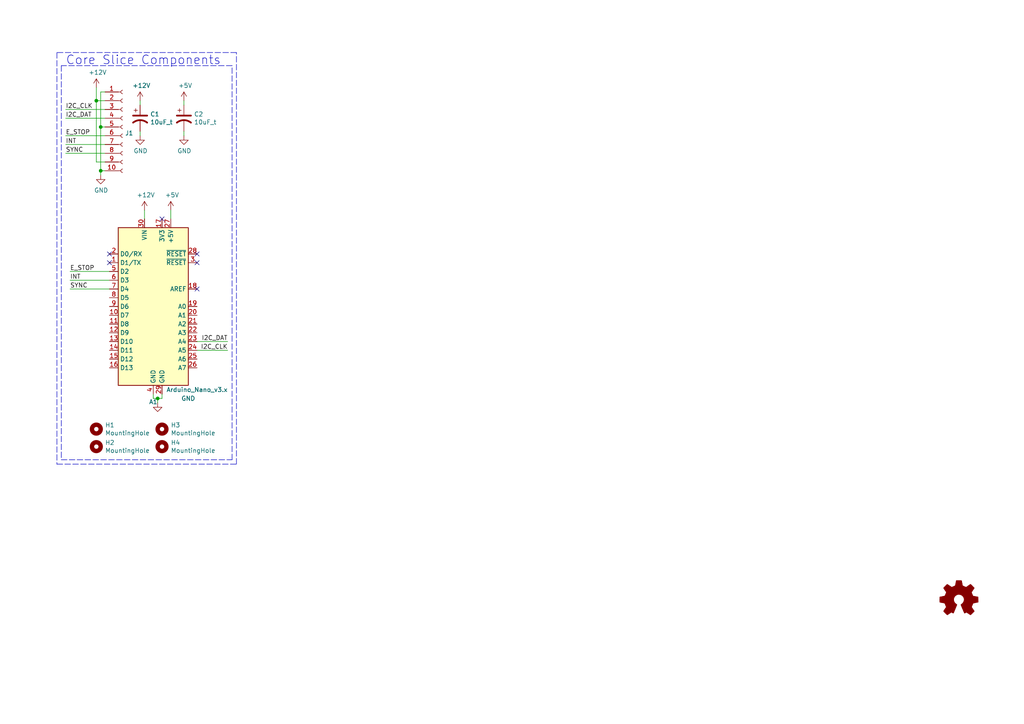
<source format=kicad_sch>
(kicad_sch (version 20211123) (generator eeschema)

  (uuid 0217dfc4-fc13-4699-99ad-d9948522648e)

  (paper "A4")

  (lib_symbols
    (symbol "BREAD_Slice-rescue:10uF_t-OCI_UPL_2_Capacitors" (pin_numbers hide) (pin_names (offset 0.254) hide) (in_bom yes) (on_board yes)
      (property "Reference" "C" (id 0) (at 0.635 2.54 0)
        (effects (font (size 1.27 1.27)) (justify left))
      )
      (property "Value" "10uF_t-OCI_UPL_2_Capacitors" (id 1) (at 0.635 -2.54 0)
        (effects (font (size 1.27 1.27)) (justify left))
      )
      (property "Footprint" "OCI_UPL_FOOTPRINTS:C_2312" (id 2) (at 0 -6.35 0)
        (effects (font (size 0.762 0.762)) hide)
      )
      (property "Datasheet" "https://www.digikey.com/short/qcd8n7" (id 3) (at 0 5.08 0)
        (effects (font (size 0.762 0.762)) hide)
      )
      (property "Part #" "T491C106K025AT" (id 4) (at 0 6.35 0)
        (effects (font (size 0.762 0.762)) hide)
      )
      (property "UPL #" "2.021" (id 5) (at 0 -5.08 0)
        (effects (font (size 0.762 0.762)) hide)
      )
      (property "ki_fp_filters" "SMD*_Pol c_elec* C*elec TantalC* Elko* CP*" (id 6) (at 0 0 0)
        (effects (font (size 1.27 1.27)) hide)
      )
      (symbol "10uF_t-OCI_UPL_2_Capacitors_0_1"
        (polyline
          (pts
            (xy -2.032 0.762)
            (xy 2.032 0.762)
          )
          (stroke (width 0.508) (type default) (color 0 0 0 0))
          (fill (type none))
        )
        (polyline
          (pts
            (xy -1.778 2.286)
            (xy -0.762 2.286)
          )
          (stroke (width 0) (type default) (color 0 0 0 0))
          (fill (type none))
        )
        (polyline
          (pts
            (xy -1.27 1.778)
            (xy -1.27 2.794)
          )
          (stroke (width 0) (type default) (color 0 0 0 0))
          (fill (type none))
        )
        (arc (start 2.032 -1.27) (mid 0 -0.5572) (end -2.032 -1.27)
          (stroke (width 0.508) (type default) (color 0 0 0 0))
          (fill (type none))
        )
      )
      (symbol "10uF_t-OCI_UPL_2_Capacitors_1_1"
        (pin passive line (at 0 3.81 270) (length 2.794)
          (name "~" (effects (font (size 1.016 1.016))))
          (number "1" (effects (font (size 1.016 1.016))))
        )
        (pin passive line (at 0 -3.81 90) (length 3.302)
          (name "~" (effects (font (size 1.016 1.016))))
          (number "2" (effects (font (size 1.016 1.016))))
        )
      )
    )
    (symbol "Connector:Conn_01x10_Female" (pin_names (offset 1.016) hide) (in_bom yes) (on_board yes)
      (property "Reference" "J" (id 0) (at 0 12.7 0)
        (effects (font (size 1.27 1.27)))
      )
      (property "Value" "Conn_01x10_Female" (id 1) (at 0 -15.24 0)
        (effects (font (size 1.27 1.27)))
      )
      (property "Footprint" "" (id 2) (at 0 0 0)
        (effects (font (size 1.27 1.27)) hide)
      )
      (property "Datasheet" "~" (id 3) (at 0 0 0)
        (effects (font (size 1.27 1.27)) hide)
      )
      (property "ki_keywords" "connector" (id 4) (at 0 0 0)
        (effects (font (size 1.27 1.27)) hide)
      )
      (property "ki_description" "Generic connector, single row, 01x10, script generated (kicad-library-utils/schlib/autogen/connector/)" (id 5) (at 0 0 0)
        (effects (font (size 1.27 1.27)) hide)
      )
      (property "ki_fp_filters" "Connector*:*_1x??_*" (id 6) (at 0 0 0)
        (effects (font (size 1.27 1.27)) hide)
      )
      (symbol "Conn_01x10_Female_1_1"
        (arc (start 0 -12.192) (mid -0.508 -12.7) (end 0 -13.208)
          (stroke (width 0.1524) (type default) (color 0 0 0 0))
          (fill (type none))
        )
        (arc (start 0 -9.652) (mid -0.508 -10.16) (end 0 -10.668)
          (stroke (width 0.1524) (type default) (color 0 0 0 0))
          (fill (type none))
        )
        (arc (start 0 -7.112) (mid -0.508 -7.62) (end 0 -8.128)
          (stroke (width 0.1524) (type default) (color 0 0 0 0))
          (fill (type none))
        )
        (arc (start 0 -4.572) (mid -0.508 -5.08) (end 0 -5.588)
          (stroke (width 0.1524) (type default) (color 0 0 0 0))
          (fill (type none))
        )
        (arc (start 0 -2.032) (mid -0.508 -2.54) (end 0 -3.048)
          (stroke (width 0.1524) (type default) (color 0 0 0 0))
          (fill (type none))
        )
        (polyline
          (pts
            (xy -1.27 -12.7)
            (xy -0.508 -12.7)
          )
          (stroke (width 0.1524) (type default) (color 0 0 0 0))
          (fill (type none))
        )
        (polyline
          (pts
            (xy -1.27 -10.16)
            (xy -0.508 -10.16)
          )
          (stroke (width 0.1524) (type default) (color 0 0 0 0))
          (fill (type none))
        )
        (polyline
          (pts
            (xy -1.27 -7.62)
            (xy -0.508 -7.62)
          )
          (stroke (width 0.1524) (type default) (color 0 0 0 0))
          (fill (type none))
        )
        (polyline
          (pts
            (xy -1.27 -5.08)
            (xy -0.508 -5.08)
          )
          (stroke (width 0.1524) (type default) (color 0 0 0 0))
          (fill (type none))
        )
        (polyline
          (pts
            (xy -1.27 -2.54)
            (xy -0.508 -2.54)
          )
          (stroke (width 0.1524) (type default) (color 0 0 0 0))
          (fill (type none))
        )
        (polyline
          (pts
            (xy -1.27 0)
            (xy -0.508 0)
          )
          (stroke (width 0.1524) (type default) (color 0 0 0 0))
          (fill (type none))
        )
        (polyline
          (pts
            (xy -1.27 2.54)
            (xy -0.508 2.54)
          )
          (stroke (width 0.1524) (type default) (color 0 0 0 0))
          (fill (type none))
        )
        (polyline
          (pts
            (xy -1.27 5.08)
            (xy -0.508 5.08)
          )
          (stroke (width 0.1524) (type default) (color 0 0 0 0))
          (fill (type none))
        )
        (polyline
          (pts
            (xy -1.27 7.62)
            (xy -0.508 7.62)
          )
          (stroke (width 0.1524) (type default) (color 0 0 0 0))
          (fill (type none))
        )
        (polyline
          (pts
            (xy -1.27 10.16)
            (xy -0.508 10.16)
          )
          (stroke (width 0.1524) (type default) (color 0 0 0 0))
          (fill (type none))
        )
        (arc (start 0 0.508) (mid -0.508 0) (end 0 -0.508)
          (stroke (width 0.1524) (type default) (color 0 0 0 0))
          (fill (type none))
        )
        (arc (start 0 3.048) (mid -0.508 2.54) (end 0 2.032)
          (stroke (width 0.1524) (type default) (color 0 0 0 0))
          (fill (type none))
        )
        (arc (start 0 5.588) (mid -0.508 5.08) (end 0 4.572)
          (stroke (width 0.1524) (type default) (color 0 0 0 0))
          (fill (type none))
        )
        (arc (start 0 8.128) (mid -0.508 7.62) (end 0 7.112)
          (stroke (width 0.1524) (type default) (color 0 0 0 0))
          (fill (type none))
        )
        (arc (start 0 10.668) (mid -0.508 10.16) (end 0 9.652)
          (stroke (width 0.1524) (type default) (color 0 0 0 0))
          (fill (type none))
        )
        (pin passive line (at -5.08 10.16 0) (length 3.81)
          (name "Pin_1" (effects (font (size 1.27 1.27))))
          (number "1" (effects (font (size 1.27 1.27))))
        )
        (pin passive line (at -5.08 -12.7 0) (length 3.81)
          (name "Pin_10" (effects (font (size 1.27 1.27))))
          (number "10" (effects (font (size 1.27 1.27))))
        )
        (pin passive line (at -5.08 7.62 0) (length 3.81)
          (name "Pin_2" (effects (font (size 1.27 1.27))))
          (number "2" (effects (font (size 1.27 1.27))))
        )
        (pin passive line (at -5.08 5.08 0) (length 3.81)
          (name "Pin_3" (effects (font (size 1.27 1.27))))
          (number "3" (effects (font (size 1.27 1.27))))
        )
        (pin passive line (at -5.08 2.54 0) (length 3.81)
          (name "Pin_4" (effects (font (size 1.27 1.27))))
          (number "4" (effects (font (size 1.27 1.27))))
        )
        (pin passive line (at -5.08 0 0) (length 3.81)
          (name "Pin_5" (effects (font (size 1.27 1.27))))
          (number "5" (effects (font (size 1.27 1.27))))
        )
        (pin passive line (at -5.08 -2.54 0) (length 3.81)
          (name "Pin_6" (effects (font (size 1.27 1.27))))
          (number "6" (effects (font (size 1.27 1.27))))
        )
        (pin passive line (at -5.08 -5.08 0) (length 3.81)
          (name "Pin_7" (effects (font (size 1.27 1.27))))
          (number "7" (effects (font (size 1.27 1.27))))
        )
        (pin passive line (at -5.08 -7.62 0) (length 3.81)
          (name "Pin_8" (effects (font (size 1.27 1.27))))
          (number "8" (effects (font (size 1.27 1.27))))
        )
        (pin passive line (at -5.08 -10.16 0) (length 3.81)
          (name "Pin_9" (effects (font (size 1.27 1.27))))
          (number "9" (effects (font (size 1.27 1.27))))
        )
      )
    )
    (symbol "Graphic:Logo_Open_Hardware_Small" (pin_names (offset 1.016)) (in_bom yes) (on_board yes)
      (property "Reference" "#LOGO" (id 0) (at 0 6.985 0)
        (effects (font (size 1.27 1.27)) hide)
      )
      (property "Value" "Logo_Open_Hardware_Small" (id 1) (at 0 -5.715 0)
        (effects (font (size 1.27 1.27)) hide)
      )
      (property "Footprint" "" (id 2) (at 0 0 0)
        (effects (font (size 1.27 1.27)) hide)
      )
      (property "Datasheet" "~" (id 3) (at 0 0 0)
        (effects (font (size 1.27 1.27)) hide)
      )
      (property "ki_keywords" "Logo" (id 4) (at 0 0 0)
        (effects (font (size 1.27 1.27)) hide)
      )
      (property "ki_description" "Open Hardware logo, small" (id 5) (at 0 0 0)
        (effects (font (size 1.27 1.27)) hide)
      )
      (symbol "Logo_Open_Hardware_Small_0_1"
        (polyline
          (pts
            (xy 3.3528 -4.3434)
            (xy 3.302 -4.318)
            (xy 3.175 -4.2418)
            (xy 2.9972 -4.1148)
            (xy 2.7686 -3.9624)
            (xy 2.54 -3.81)
            (xy 2.3622 -3.7084)
            (xy 2.2352 -3.6068)
            (xy 2.1844 -3.5814)
            (xy 2.159 -3.6068)
            (xy 2.0574 -3.6576)
            (xy 1.905 -3.7338)
            (xy 1.8034 -3.7846)
            (xy 1.6764 -3.8354)
            (xy 1.6002 -3.8354)
            (xy 1.6002 -3.8354)
            (xy 1.5494 -3.7338)
            (xy 1.4732 -3.5306)
            (xy 1.3462 -3.302)
            (xy 1.2446 -3.0226)
            (xy 1.1176 -2.7178)
            (xy 0.9652 -2.413)
            (xy 0.8636 -2.1082)
            (xy 0.7366 -1.8288)
            (xy 0.6604 -1.6256)
            (xy 0.6096 -1.4732)
            (xy 0.5842 -1.397)
            (xy 0.5842 -1.397)
            (xy 0.6604 -1.3208)
            (xy 0.7874 -1.2446)
            (xy 1.0414 -1.016)
            (xy 1.2954 -0.6858)
            (xy 1.4478 -0.3302)
            (xy 1.524 0.0762)
            (xy 1.4732 0.4572)
            (xy 1.3208 0.8128)
            (xy 1.0668 1.143)
            (xy 0.762 1.3716)
            (xy 0.4064 1.524)
            (xy 0 1.5748)
            (xy -0.381 1.5494)
            (xy -0.7366 1.397)
            (xy -1.0668 1.143)
            (xy -1.2192 0.9906)
            (xy -1.397 0.6604)
            (xy -1.524 0.3048)
            (xy -1.524 0.2286)
            (xy -1.4986 -0.1778)
            (xy -1.397 -0.5334)
            (xy -1.1938 -0.8636)
            (xy -0.9144 -1.143)
            (xy -0.8636 -1.1684)
            (xy -0.7366 -1.27)
            (xy -0.635 -1.3462)
            (xy -0.5842 -1.397)
            (xy -1.0668 -2.5908)
            (xy -1.143 -2.794)
            (xy -1.2954 -3.1242)
            (xy -1.397 -3.4036)
            (xy -1.4986 -3.6322)
            (xy -1.5748 -3.7846)
            (xy -1.6002 -3.8354)
            (xy -1.6002 -3.8354)
            (xy -1.651 -3.8354)
            (xy -1.7272 -3.81)
            (xy -1.905 -3.7338)
            (xy -2.0066 -3.683)
            (xy -2.1336 -3.6068)
            (xy -2.2098 -3.5814)
            (xy -2.2606 -3.6068)
            (xy -2.3622 -3.683)
            (xy -2.54 -3.81)
            (xy -2.7686 -3.9624)
            (xy -2.9718 -4.0894)
            (xy -3.1496 -4.2164)
            (xy -3.302 -4.318)
            (xy -3.3528 -4.3434)
            (xy -3.3782 -4.3434)
            (xy -3.429 -4.318)
            (xy -3.5306 -4.2164)
            (xy -3.7084 -4.064)
            (xy -3.937 -3.8354)
            (xy -3.9624 -3.81)
            (xy -4.1656 -3.6068)
            (xy -4.318 -3.4544)
            (xy -4.4196 -3.3274)
            (xy -4.445 -3.2766)
            (xy -4.445 -3.2766)
            (xy -4.4196 -3.2258)
            (xy -4.318 -3.0734)
            (xy -4.2164 -2.8956)
            (xy -4.064 -2.667)
            (xy -3.6576 -2.0828)
            (xy -3.8862 -1.5494)
            (xy -3.937 -1.3716)
            (xy -4.0386 -1.1684)
            (xy -4.0894 -1.0414)
            (xy -4.1148 -0.9652)
            (xy -4.191 -0.9398)
            (xy -4.318 -0.9144)
            (xy -4.5466 -0.8636)
            (xy -4.8006 -0.8128)
            (xy -5.0546 -0.7874)
            (xy -5.2578 -0.7366)
            (xy -5.4356 -0.7112)
            (xy -5.5118 -0.6858)
            (xy -5.5118 -0.6858)
            (xy -5.5372 -0.635)
            (xy -5.5372 -0.5588)
            (xy -5.5372 -0.4318)
            (xy -5.5626 -0.2286)
            (xy -5.5626 0.0762)
            (xy -5.5626 0.127)
            (xy -5.5372 0.4064)
            (xy -5.5372 0.635)
            (xy -5.5372 0.762)
            (xy -5.5372 0.8382)
            (xy -5.5372 0.8382)
            (xy -5.461 0.8382)
            (xy -5.3086 0.889)
            (xy -5.08 0.9144)
            (xy -4.826 0.9652)
            (xy -4.8006 0.9906)
            (xy -4.5466 1.0414)
            (xy -4.318 1.0668)
            (xy -4.1656 1.1176)
            (xy -4.0894 1.143)
            (xy -4.0894 1.143)
            (xy -4.0386 1.2446)
            (xy -3.9624 1.4224)
            (xy -3.8608 1.6256)
            (xy -3.7846 1.8288)
            (xy -3.7084 2.0066)
            (xy -3.6576 2.159)
            (xy -3.6322 2.2098)
            (xy -3.6322 2.2098)
            (xy -3.683 2.286)
            (xy -3.7592 2.413)
            (xy -3.8862 2.5908)
            (xy -4.064 2.8194)
            (xy -4.064 2.8448)
            (xy -4.2164 3.0734)
            (xy -4.3434 3.2512)
            (xy -4.4196 3.3782)
            (xy -4.445 3.4544)
            (xy -4.445 3.4544)
            (xy -4.3942 3.5052)
            (xy -4.2926 3.6322)
            (xy -4.1148 3.81)
            (xy -3.937 4.0132)
            (xy -3.8608 4.064)
            (xy -3.6576 4.2926)
            (xy -3.5052 4.4196)
            (xy -3.4036 4.4958)
            (xy -3.3528 4.5212)
            (xy -3.3528 4.5212)
            (xy -3.302 4.4704)
            (xy -3.1496 4.3688)
            (xy -2.9718 4.2418)
            (xy -2.7432 4.0894)
            (xy -2.7178 4.0894)
            (xy -2.4892 3.937)
            (xy -2.3114 3.81)
            (xy -2.1844 3.7084)
            (xy -2.1336 3.683)
            (xy -2.1082 3.683)
            (xy -2.032 3.7084)
            (xy -1.8542 3.7592)
            (xy -1.6764 3.8354)
            (xy -1.4732 3.937)
            (xy -1.27 4.0132)
            (xy -1.143 4.064)
            (xy -1.0668 4.1148)
            (xy -1.0668 4.1148)
            (xy -1.0414 4.191)
            (xy -1.016 4.3434)
            (xy -0.9652 4.572)
            (xy -0.9144 4.8514)
            (xy -0.889 4.9022)
            (xy -0.8382 5.1562)
            (xy -0.8128 5.3848)
            (xy -0.7874 5.5372)
            (xy -0.762 5.588)
            (xy -0.7112 5.6134)
            (xy -0.5842 5.6134)
            (xy -0.4064 5.6134)
            (xy -0.1524 5.6134)
            (xy 0.0762 5.6134)
            (xy 0.3302 5.6134)
            (xy 0.5334 5.6134)
            (xy 0.6858 5.588)
            (xy 0.7366 5.588)
            (xy 0.7366 5.588)
            (xy 0.762 5.5118)
            (xy 0.8128 5.334)
            (xy 0.8382 5.1054)
            (xy 0.9144 4.826)
            (xy 0.9144 4.7752)
            (xy 0.9652 4.5212)
            (xy 1.016 4.2926)
            (xy 1.0414 4.1402)
            (xy 1.0668 4.0894)
            (xy 1.0668 4.0894)
            (xy 1.1938 4.0386)
            (xy 1.3716 3.9624)
            (xy 1.5748 3.8608)
            (xy 2.0828 3.6576)
            (xy 2.7178 4.0894)
            (xy 2.7686 4.1402)
            (xy 2.9972 4.2926)
            (xy 3.175 4.4196)
            (xy 3.302 4.4958)
            (xy 3.3782 4.5212)
            (xy 3.3782 4.5212)
            (xy 3.429 4.4704)
            (xy 3.556 4.3434)
            (xy 3.7338 4.191)
            (xy 3.9116 3.9878)
            (xy 4.064 3.8354)
            (xy 4.2418 3.6576)
            (xy 4.3434 3.556)
            (xy 4.4196 3.4798)
            (xy 4.4196 3.429)
            (xy 4.4196 3.4036)
            (xy 4.3942 3.3274)
            (xy 4.2926 3.2004)
            (xy 4.1656 2.9972)
            (xy 4.0132 2.794)
            (xy 3.8862 2.5908)
            (xy 3.7592 2.3876)
            (xy 3.6576 2.2352)
            (xy 3.6322 2.159)
            (xy 3.6322 2.1336)
            (xy 3.683 2.0066)
            (xy 3.7592 1.8288)
            (xy 3.8608 1.6002)
            (xy 4.064 1.1176)
            (xy 4.3942 1.0414)
            (xy 4.5974 1.016)
            (xy 4.8768 0.9652)
            (xy 5.1308 0.9144)
            (xy 5.5372 0.8382)
            (xy 5.5626 -0.6604)
            (xy 5.4864 -0.6858)
            (xy 5.4356 -0.6858)
            (xy 5.2832 -0.7366)
            (xy 5.0546 -0.762)
            (xy 4.8006 -0.8128)
            (xy 4.5974 -0.8636)
            (xy 4.3688 -0.9144)
            (xy 4.2164 -0.9398)
            (xy 4.1402 -0.9398)
            (xy 4.1148 -0.9652)
            (xy 4.064 -1.0668)
            (xy 3.9878 -1.2446)
            (xy 3.9116 -1.4478)
            (xy 3.81 -1.651)
            (xy 3.7338 -1.8542)
            (xy 3.683 -2.0066)
            (xy 3.6576 -2.0828)
            (xy 3.683 -2.1336)
            (xy 3.7846 -2.2606)
            (xy 3.8862 -2.4638)
            (xy 4.0386 -2.667)
            (xy 4.191 -2.8956)
            (xy 4.318 -3.0734)
            (xy 4.3942 -3.2004)
            (xy 4.445 -3.2766)
            (xy 4.4196 -3.3274)
            (xy 4.3434 -3.429)
            (xy 4.1656 -3.5814)
            (xy 3.937 -3.8354)
            (xy 3.8862 -3.8608)
            (xy 3.683 -4.064)
            (xy 3.5306 -4.2164)
            (xy 3.4036 -4.318)
            (xy 3.3528 -4.3434)
          )
          (stroke (width 0) (type default) (color 0 0 0 0))
          (fill (type outline))
        )
      )
    )
    (symbol "MCU_Module:Arduino_Nano_v3.x" (in_bom yes) (on_board yes)
      (property "Reference" "A" (id 0) (at -10.16 23.495 0)
        (effects (font (size 1.27 1.27)) (justify left bottom))
      )
      (property "Value" "Arduino_Nano_v3.x" (id 1) (at 5.08 -24.13 0)
        (effects (font (size 1.27 1.27)) (justify left top))
      )
      (property "Footprint" "Module:Arduino_Nano" (id 2) (at 0 0 0)
        (effects (font (size 1.27 1.27) italic) hide)
      )
      (property "Datasheet" "http://www.mouser.com/pdfdocs/Gravitech_Arduino_Nano3_0.pdf" (id 3) (at 0 0 0)
        (effects (font (size 1.27 1.27)) hide)
      )
      (property "ki_keywords" "Arduino nano microcontroller module USB" (id 4) (at 0 0 0)
        (effects (font (size 1.27 1.27)) hide)
      )
      (property "ki_description" "Arduino Nano v3.x" (id 5) (at 0 0 0)
        (effects (font (size 1.27 1.27)) hide)
      )
      (property "ki_fp_filters" "Arduino*Nano*" (id 6) (at 0 0 0)
        (effects (font (size 1.27 1.27)) hide)
      )
      (symbol "Arduino_Nano_v3.x_0_1"
        (rectangle (start -10.16 22.86) (end 10.16 -22.86)
          (stroke (width 0.254) (type default) (color 0 0 0 0))
          (fill (type background))
        )
      )
      (symbol "Arduino_Nano_v3.x_1_1"
        (pin bidirectional line (at -12.7 12.7 0) (length 2.54)
          (name "D1/TX" (effects (font (size 1.27 1.27))))
          (number "1" (effects (font (size 1.27 1.27))))
        )
        (pin bidirectional line (at -12.7 -2.54 0) (length 2.54)
          (name "D7" (effects (font (size 1.27 1.27))))
          (number "10" (effects (font (size 1.27 1.27))))
        )
        (pin bidirectional line (at -12.7 -5.08 0) (length 2.54)
          (name "D8" (effects (font (size 1.27 1.27))))
          (number "11" (effects (font (size 1.27 1.27))))
        )
        (pin bidirectional line (at -12.7 -7.62 0) (length 2.54)
          (name "D9" (effects (font (size 1.27 1.27))))
          (number "12" (effects (font (size 1.27 1.27))))
        )
        (pin bidirectional line (at -12.7 -10.16 0) (length 2.54)
          (name "D10" (effects (font (size 1.27 1.27))))
          (number "13" (effects (font (size 1.27 1.27))))
        )
        (pin bidirectional line (at -12.7 -12.7 0) (length 2.54)
          (name "D11" (effects (font (size 1.27 1.27))))
          (number "14" (effects (font (size 1.27 1.27))))
        )
        (pin bidirectional line (at -12.7 -15.24 0) (length 2.54)
          (name "D12" (effects (font (size 1.27 1.27))))
          (number "15" (effects (font (size 1.27 1.27))))
        )
        (pin bidirectional line (at -12.7 -17.78 0) (length 2.54)
          (name "D13" (effects (font (size 1.27 1.27))))
          (number "16" (effects (font (size 1.27 1.27))))
        )
        (pin power_out line (at 2.54 25.4 270) (length 2.54)
          (name "3V3" (effects (font (size 1.27 1.27))))
          (number "17" (effects (font (size 1.27 1.27))))
        )
        (pin input line (at 12.7 5.08 180) (length 2.54)
          (name "AREF" (effects (font (size 1.27 1.27))))
          (number "18" (effects (font (size 1.27 1.27))))
        )
        (pin bidirectional line (at 12.7 0 180) (length 2.54)
          (name "A0" (effects (font (size 1.27 1.27))))
          (number "19" (effects (font (size 1.27 1.27))))
        )
        (pin bidirectional line (at -12.7 15.24 0) (length 2.54)
          (name "D0/RX" (effects (font (size 1.27 1.27))))
          (number "2" (effects (font (size 1.27 1.27))))
        )
        (pin bidirectional line (at 12.7 -2.54 180) (length 2.54)
          (name "A1" (effects (font (size 1.27 1.27))))
          (number "20" (effects (font (size 1.27 1.27))))
        )
        (pin bidirectional line (at 12.7 -5.08 180) (length 2.54)
          (name "A2" (effects (font (size 1.27 1.27))))
          (number "21" (effects (font (size 1.27 1.27))))
        )
        (pin bidirectional line (at 12.7 -7.62 180) (length 2.54)
          (name "A3" (effects (font (size 1.27 1.27))))
          (number "22" (effects (font (size 1.27 1.27))))
        )
        (pin bidirectional line (at 12.7 -10.16 180) (length 2.54)
          (name "A4" (effects (font (size 1.27 1.27))))
          (number "23" (effects (font (size 1.27 1.27))))
        )
        (pin bidirectional line (at 12.7 -12.7 180) (length 2.54)
          (name "A5" (effects (font (size 1.27 1.27))))
          (number "24" (effects (font (size 1.27 1.27))))
        )
        (pin bidirectional line (at 12.7 -15.24 180) (length 2.54)
          (name "A6" (effects (font (size 1.27 1.27))))
          (number "25" (effects (font (size 1.27 1.27))))
        )
        (pin bidirectional line (at 12.7 -17.78 180) (length 2.54)
          (name "A7" (effects (font (size 1.27 1.27))))
          (number "26" (effects (font (size 1.27 1.27))))
        )
        (pin power_out line (at 5.08 25.4 270) (length 2.54)
          (name "+5V" (effects (font (size 1.27 1.27))))
          (number "27" (effects (font (size 1.27 1.27))))
        )
        (pin input line (at 12.7 15.24 180) (length 2.54)
          (name "~{RESET}" (effects (font (size 1.27 1.27))))
          (number "28" (effects (font (size 1.27 1.27))))
        )
        (pin power_in line (at 2.54 -25.4 90) (length 2.54)
          (name "GND" (effects (font (size 1.27 1.27))))
          (number "29" (effects (font (size 1.27 1.27))))
        )
        (pin input line (at 12.7 12.7 180) (length 2.54)
          (name "~{RESET}" (effects (font (size 1.27 1.27))))
          (number "3" (effects (font (size 1.27 1.27))))
        )
        (pin power_in line (at -2.54 25.4 270) (length 2.54)
          (name "VIN" (effects (font (size 1.27 1.27))))
          (number "30" (effects (font (size 1.27 1.27))))
        )
        (pin power_in line (at 0 -25.4 90) (length 2.54)
          (name "GND" (effects (font (size 1.27 1.27))))
          (number "4" (effects (font (size 1.27 1.27))))
        )
        (pin bidirectional line (at -12.7 10.16 0) (length 2.54)
          (name "D2" (effects (font (size 1.27 1.27))))
          (number "5" (effects (font (size 1.27 1.27))))
        )
        (pin bidirectional line (at -12.7 7.62 0) (length 2.54)
          (name "D3" (effects (font (size 1.27 1.27))))
          (number "6" (effects (font (size 1.27 1.27))))
        )
        (pin bidirectional line (at -12.7 5.08 0) (length 2.54)
          (name "D4" (effects (font (size 1.27 1.27))))
          (number "7" (effects (font (size 1.27 1.27))))
        )
        (pin bidirectional line (at -12.7 2.54 0) (length 2.54)
          (name "D5" (effects (font (size 1.27 1.27))))
          (number "8" (effects (font (size 1.27 1.27))))
        )
        (pin bidirectional line (at -12.7 0 0) (length 2.54)
          (name "D6" (effects (font (size 1.27 1.27))))
          (number "9" (effects (font (size 1.27 1.27))))
        )
      )
    )
    (symbol "Mechanical:MountingHole" (pin_names (offset 1.016)) (in_bom yes) (on_board yes)
      (property "Reference" "H" (id 0) (at 0 5.08 0)
        (effects (font (size 1.27 1.27)))
      )
      (property "Value" "MountingHole" (id 1) (at 0 3.175 0)
        (effects (font (size 1.27 1.27)))
      )
      (property "Footprint" "" (id 2) (at 0 0 0)
        (effects (font (size 1.27 1.27)) hide)
      )
      (property "Datasheet" "~" (id 3) (at 0 0 0)
        (effects (font (size 1.27 1.27)) hide)
      )
      (property "ki_keywords" "mounting hole" (id 4) (at 0 0 0)
        (effects (font (size 1.27 1.27)) hide)
      )
      (property "ki_description" "Mounting Hole without connection" (id 5) (at 0 0 0)
        (effects (font (size 1.27 1.27)) hide)
      )
      (property "ki_fp_filters" "MountingHole*" (id 6) (at 0 0 0)
        (effects (font (size 1.27 1.27)) hide)
      )
      (symbol "MountingHole_0_1"
        (circle (center 0 0) (radius 1.27)
          (stroke (width 1.27) (type default) (color 0 0 0 0))
          (fill (type none))
        )
      )
    )
    (symbol "power:+12V" (power) (pin_names (offset 0)) (in_bom yes) (on_board yes)
      (property "Reference" "#PWR" (id 0) (at 0 -3.81 0)
        (effects (font (size 1.27 1.27)) hide)
      )
      (property "Value" "+12V" (id 1) (at 0 3.556 0)
        (effects (font (size 1.27 1.27)))
      )
      (property "Footprint" "" (id 2) (at 0 0 0)
        (effects (font (size 1.27 1.27)) hide)
      )
      (property "Datasheet" "" (id 3) (at 0 0 0)
        (effects (font (size 1.27 1.27)) hide)
      )
      (property "ki_keywords" "global power" (id 4) (at 0 0 0)
        (effects (font (size 1.27 1.27)) hide)
      )
      (property "ki_description" "Power symbol creates a global label with name \"+12V\"" (id 5) (at 0 0 0)
        (effects (font (size 1.27 1.27)) hide)
      )
      (symbol "+12V_0_1"
        (polyline
          (pts
            (xy -0.762 1.27)
            (xy 0 2.54)
          )
          (stroke (width 0) (type default) (color 0 0 0 0))
          (fill (type none))
        )
        (polyline
          (pts
            (xy 0 0)
            (xy 0 2.54)
          )
          (stroke (width 0) (type default) (color 0 0 0 0))
          (fill (type none))
        )
        (polyline
          (pts
            (xy 0 2.54)
            (xy 0.762 1.27)
          )
          (stroke (width 0) (type default) (color 0 0 0 0))
          (fill (type none))
        )
      )
      (symbol "+12V_1_1"
        (pin power_in line (at 0 0 90) (length 0) hide
          (name "+12V" (effects (font (size 1.27 1.27))))
          (number "1" (effects (font (size 1.27 1.27))))
        )
      )
    )
    (symbol "power:+5V" (power) (pin_names (offset 0)) (in_bom yes) (on_board yes)
      (property "Reference" "#PWR" (id 0) (at 0 -3.81 0)
        (effects (font (size 1.27 1.27)) hide)
      )
      (property "Value" "+5V" (id 1) (at 0 3.556 0)
        (effects (font (size 1.27 1.27)))
      )
      (property "Footprint" "" (id 2) (at 0 0 0)
        (effects (font (size 1.27 1.27)) hide)
      )
      (property "Datasheet" "" (id 3) (at 0 0 0)
        (effects (font (size 1.27 1.27)) hide)
      )
      (property "ki_keywords" "global power" (id 4) (at 0 0 0)
        (effects (font (size 1.27 1.27)) hide)
      )
      (property "ki_description" "Power symbol creates a global label with name \"+5V\"" (id 5) (at 0 0 0)
        (effects (font (size 1.27 1.27)) hide)
      )
      (symbol "+5V_0_1"
        (polyline
          (pts
            (xy -0.762 1.27)
            (xy 0 2.54)
          )
          (stroke (width 0) (type default) (color 0 0 0 0))
          (fill (type none))
        )
        (polyline
          (pts
            (xy 0 0)
            (xy 0 2.54)
          )
          (stroke (width 0) (type default) (color 0 0 0 0))
          (fill (type none))
        )
        (polyline
          (pts
            (xy 0 2.54)
            (xy 0.762 1.27)
          )
          (stroke (width 0) (type default) (color 0 0 0 0))
          (fill (type none))
        )
      )
      (symbol "+5V_1_1"
        (pin power_in line (at 0 0 90) (length 0) hide
          (name "+5V" (effects (font (size 1.27 1.27))))
          (number "1" (effects (font (size 1.27 1.27))))
        )
      )
    )
    (symbol "power:GND" (power) (pin_names (offset 0)) (in_bom yes) (on_board yes)
      (property "Reference" "#PWR" (id 0) (at 0 -6.35 0)
        (effects (font (size 1.27 1.27)) hide)
      )
      (property "Value" "GND" (id 1) (at 0 -3.81 0)
        (effects (font (size 1.27 1.27)))
      )
      (property "Footprint" "" (id 2) (at 0 0 0)
        (effects (font (size 1.27 1.27)) hide)
      )
      (property "Datasheet" "" (id 3) (at 0 0 0)
        (effects (font (size 1.27 1.27)) hide)
      )
      (property "ki_keywords" "global power" (id 4) (at 0 0 0)
        (effects (font (size 1.27 1.27)) hide)
      )
      (property "ki_description" "Power symbol creates a global label with name \"GND\" , ground" (id 5) (at 0 0 0)
        (effects (font (size 1.27 1.27)) hide)
      )
      (symbol "GND_0_1"
        (polyline
          (pts
            (xy 0 0)
            (xy 0 -1.27)
            (xy 1.27 -1.27)
            (xy 0 -2.54)
            (xy -1.27 -1.27)
            (xy 0 -1.27)
          )
          (stroke (width 0) (type default) (color 0 0 0 0))
          (fill (type none))
        )
      )
      (symbol "GND_1_1"
        (pin power_in line (at 0 0 270) (length 0) hide
          (name "GND" (effects (font (size 1.27 1.27))))
          (number "1" (effects (font (size 1.27 1.27))))
        )
      )
    )
  )

  (junction (at 29.21 49.53) (diameter 0) (color 0 0 0 0)
    (uuid 19c56563-5fe3-442a-885b-418dbc2421eb)
  )
  (junction (at 29.21 36.83) (diameter 0) (color 0 0 0 0)
    (uuid 5ca4be1c-537e-4a4a-b344-d0c8ffde8546)
  )
  (junction (at 45.72 115.57) (diameter 0) (color 0 0 0 0)
    (uuid 7e023245-2c2b-4e2b-bfb9-5d35176e88f2)
  )
  (junction (at 27.94 29.21) (diameter 0) (color 0 0 0 0)
    (uuid 853ee787-6e2c-4f32-bc75-6c17337dd3d5)
  )

  (no_connect (at 46.99 63.5) (uuid 03caada9-9e22-4e2d-9035-b15433dfbb17))
  (no_connect (at 57.15 76.2) (uuid 0ff508fd-18da-4ab7-9844-3c8a28c2587e))
  (no_connect (at 57.15 73.66) (uuid 1f3003e6-dce5-420f-906b-3f1e92b67249))
  (no_connect (at 57.15 83.82) (uuid 378af8b4-af3d-46e7-89ae-deff12ca9067))
  (no_connect (at 31.75 76.2) (uuid 40976bf0-19de-460f-ad64-224d4f51e16b))
  (no_connect (at 31.75 73.66) (uuid 8c514922-ffe1-4e37-a260-e807409f2e0d))

  (wire (pts (xy 29.21 49.53) (xy 29.21 36.83))
    (stroke (width 0) (type default) (color 0 0 0 0))
    (uuid 0351df45-d042-41d4-ba35-88092c7be2fc)
  )
  (wire (pts (xy 40.64 39.37) (xy 40.64 38.1))
    (stroke (width 0) (type default) (color 0 0 0 0))
    (uuid 0755aee5-bc01-4cb5-b830-583289df50a3)
  )
  (wire (pts (xy 41.91 60.96) (xy 41.91 63.5))
    (stroke (width 0) (type default) (color 0 0 0 0))
    (uuid 097edb1b-8998-4e70-b670-bba125982348)
  )
  (polyline (pts (xy 67.31 19.05) (xy 17.78 19.05))
    (stroke (width 0) (type default) (color 0 0 0 0))
    (uuid 101ef598-601d-400e-9ef6-d655fbb1dbfa)
  )

  (wire (pts (xy 44.45 115.57) (xy 45.72 115.57))
    (stroke (width 0) (type default) (color 0 0 0 0))
    (uuid 12422a89-3d0c-485c-9386-f77121fd68fd)
  )
  (wire (pts (xy 20.32 81.28) (xy 31.75 81.28))
    (stroke (width 0) (type default) (color 0 0 0 0))
    (uuid 13c0ff76-ed71-4cd9-abb0-92c376825d5d)
  )
  (wire (pts (xy 30.48 49.53) (xy 29.21 49.53))
    (stroke (width 0) (type default) (color 0 0 0 0))
    (uuid 14769dc5-8525-4984-8b15-a734ee247efa)
  )
  (wire (pts (xy 27.94 25.4) (xy 27.94 29.21))
    (stroke (width 0) (type default) (color 0 0 0 0))
    (uuid 21ae9c3a-7138-444e-be38-56a4842ab594)
  )
  (wire (pts (xy 30.48 39.37) (xy 19.05 39.37))
    (stroke (width 0) (type default) (color 0 0 0 0))
    (uuid 240e5dac-6242-47a5-bbef-f76d11c715c0)
  )
  (wire (pts (xy 29.21 36.83) (xy 29.21 26.67))
    (stroke (width 0) (type default) (color 0 0 0 0))
    (uuid 275aa44a-b61f-489f-9e2a-819a0fe0d1eb)
  )
  (polyline (pts (xy 16.51 15.24) (xy 16.51 134.62))
    (stroke (width 0) (type default) (color 0 0 0 0))
    (uuid 35a9f71f-ba35-47f6-814e-4106ac36c51e)
  )

  (wire (pts (xy 53.34 39.37) (xy 53.34 38.1))
    (stroke (width 0) (type default) (color 0 0 0 0))
    (uuid 3a52f112-cb97-43db-aaeb-20afe27664d7)
  )
  (wire (pts (xy 45.72 115.57) (xy 45.72 116.84))
    (stroke (width 0) (type default) (color 0 0 0 0))
    (uuid 40165eda-4ba6-4565-9bb4-b9df6dbb08da)
  )
  (wire (pts (xy 53.34 30.48) (xy 53.34 29.21))
    (stroke (width 0) (type default) (color 0 0 0 0))
    (uuid 41acfe41-fac7-432a-a7a3-946566e2d504)
  )
  (wire (pts (xy 45.72 115.57) (xy 46.99 115.57))
    (stroke (width 0) (type default) (color 0 0 0 0))
    (uuid 4780a290-d25c-4459-9579-eba3f7678762)
  )
  (wire (pts (xy 40.64 30.48) (xy 40.64 29.21))
    (stroke (width 0) (type default) (color 0 0 0 0))
    (uuid 4fb21471-41be-4be8-9687-66030f97befc)
  )
  (wire (pts (xy 30.48 36.83) (xy 29.21 36.83))
    (stroke (width 0) (type default) (color 0 0 0 0))
    (uuid 57c0c267-8bf9-4cc7-b734-d71a239ac313)
  )
  (polyline (pts (xy 68.58 15.24) (xy 16.51 15.24))
    (stroke (width 0) (type default) (color 0 0 0 0))
    (uuid 5b34a16c-5a14-4291-8242-ea6d6ac54372)
  )

  (wire (pts (xy 66.04 99.06) (xy 57.15 99.06))
    (stroke (width 0) (type default) (color 0 0 0 0))
    (uuid 639c0e59-e95c-4114-bccd-2e7277505454)
  )
  (polyline (pts (xy 16.51 134.62) (xy 68.58 134.62))
    (stroke (width 0) (type default) (color 0 0 0 0))
    (uuid 6781326c-6e0d-4753-8f28-0f5c687e01f9)
  )

  (wire (pts (xy 29.21 50.8) (xy 29.21 49.53))
    (stroke (width 0) (type default) (color 0 0 0 0))
    (uuid 6ec113ca-7d27-4b14-a180-1e5e2fd1c167)
  )
  (wire (pts (xy 27.94 46.99) (xy 27.94 29.21))
    (stroke (width 0) (type default) (color 0 0 0 0))
    (uuid 7cee474b-af8f-4832-b07a-c43c1ab0b464)
  )
  (wire (pts (xy 44.45 114.3) (xy 44.45 115.57))
    (stroke (width 0) (type default) (color 0 0 0 0))
    (uuid 7d34f6b1-ab31-49be-b011-c67fe67a8a56)
  )
  (polyline (pts (xy 67.31 133.35) (xy 67.31 19.05))
    (stroke (width 0) (type default) (color 0 0 0 0))
    (uuid 7f52d787-caa3-4a92-b1b2-19d554dc29a4)
  )

  (wire (pts (xy 57.15 101.6) (xy 66.04 101.6))
    (stroke (width 0) (type default) (color 0 0 0 0))
    (uuid 8ca3e20d-bcc7-4c5e-9deb-562dfed9fecb)
  )
  (wire (pts (xy 30.48 31.75) (xy 19.05 31.75))
    (stroke (width 0) (type default) (color 0 0 0 0))
    (uuid 8d9a3ecc-539f-41da-8099-d37cea9c28e7)
  )
  (wire (pts (xy 46.99 115.57) (xy 46.99 114.3))
    (stroke (width 0) (type default) (color 0 0 0 0))
    (uuid 8e06ba1f-e3ba-4eb9-a10e-887dffd566d6)
  )
  (wire (pts (xy 30.48 46.99) (xy 27.94 46.99))
    (stroke (width 0) (type default) (color 0 0 0 0))
    (uuid 9cb12cc8-7f1a-4a01-9256-c119f11a8a02)
  )
  (polyline (pts (xy 17.78 133.35) (xy 67.31 133.35))
    (stroke (width 0) (type default) (color 0 0 0 0))
    (uuid a8447faf-e0a0-4c4a-ae53-4d4b28669151)
  )

  (wire (pts (xy 19.05 41.91) (xy 30.48 41.91))
    (stroke (width 0) (type default) (color 0 0 0 0))
    (uuid aa2ea573-3f20-43c1-aa99-1f9c6031a9aa)
  )
  (wire (pts (xy 49.53 60.96) (xy 49.53 63.5))
    (stroke (width 0) (type default) (color 0 0 0 0))
    (uuid c43663ee-9a0d-4f27-a292-89ba89964065)
  )
  (polyline (pts (xy 68.58 134.62) (xy 68.58 15.24))
    (stroke (width 0) (type default) (color 0 0 0 0))
    (uuid c701ee8e-1214-4781-a973-17bef7b6e3eb)
  )

  (wire (pts (xy 27.94 29.21) (xy 30.48 29.21))
    (stroke (width 0) (type default) (color 0 0 0 0))
    (uuid c7e7067c-5f5e-48d8-ab59-df26f9b35863)
  )
  (polyline (pts (xy 17.78 19.05) (xy 17.78 133.35))
    (stroke (width 0) (type default) (color 0 0 0 0))
    (uuid c8029a4c-945d-42ca-871a-dd73ff50a1a3)
  )

  (wire (pts (xy 20.32 83.82) (xy 31.75 83.82))
    (stroke (width 0) (type default) (color 0 0 0 0))
    (uuid e21aa84b-970e-47cf-b64f-3b55ee0e1b51)
  )
  (wire (pts (xy 29.21 26.67) (xy 30.48 26.67))
    (stroke (width 0) (type default) (color 0 0 0 0))
    (uuid e43dbe34-ed17-4e35-a5c7-2f1679b3c415)
  )
  (wire (pts (xy 19.05 34.29) (xy 30.48 34.29))
    (stroke (width 0) (type default) (color 0 0 0 0))
    (uuid e472dac4-5b65-4920-b8b2-6065d140a69d)
  )
  (wire (pts (xy 19.05 44.45) (xy 30.48 44.45))
    (stroke (width 0) (type default) (color 0 0 0 0))
    (uuid f40d350f-0d3e-4f8a-b004-d950f2f8f1ba)
  )
  (wire (pts (xy 31.75 78.74) (xy 20.32 78.74))
    (stroke (width 0) (type default) (color 0 0 0 0))
    (uuid ffd175d1-912a-4224-be1e-a8198680f46b)
  )

  (text "Core Slice Components" (at 19.05 19.05 0)
    (effects (font (size 2.54 2.54)) (justify left bottom))
    (uuid c094494a-f6f7-43fc-a007-4951484ddf3a)
  )

  (label "INT" (at 19.05 41.91 0)
    (effects (font (size 1.27 1.27)) (justify left bottom))
    (uuid 37e8181c-a81e-498b-b2e2-0aef0c391059)
  )
  (label "SYNC" (at 19.05 44.45 0)
    (effects (font (size 1.27 1.27)) (justify left bottom))
    (uuid 676efd2f-1c48-4786-9e4b-2444f1e8f6ff)
  )
  (label "I2C_CLK" (at 19.05 31.75 0)
    (effects (font (size 1.27 1.27)) (justify left bottom))
    (uuid 6c67e4f6-9d04-4539-b356-b76e915ce848)
  )
  (label "SYNC" (at 20.32 83.82 0)
    (effects (font (size 1.27 1.27)) (justify left bottom))
    (uuid 770ad51a-7219-4633-b24a-bd20feb0a6c5)
  )
  (label "I2C_CLK" (at 66.04 101.6 180)
    (effects (font (size 1.27 1.27)) (justify right bottom))
    (uuid a15a7506-eae4-4933-84da-9ad754258706)
  )
  (label "E_STOP" (at 20.32 78.74 0)
    (effects (font (size 1.27 1.27)) (justify left bottom))
    (uuid a27eb049-c992-4f11-a026-1e6a8d9d0160)
  )
  (label "I2C_DAT" (at 19.05 34.29 0)
    (effects (font (size 1.27 1.27)) (justify left bottom))
    (uuid b447dbb1-d38e-4a15-93cb-12c25382ea53)
  )
  (label "INT" (at 20.32 81.28 0)
    (effects (font (size 1.27 1.27)) (justify left bottom))
    (uuid c8c79177-94d4-43e2-a654-f0a5554fbb68)
  )
  (label "E_STOP" (at 19.05 39.37 0)
    (effects (font (size 1.27 1.27)) (justify left bottom))
    (uuid cfa5c16e-7859-460d-a0b8-cea7d7ea629c)
  )
  (label "I2C_DAT" (at 66.04 99.06 180)
    (effects (font (size 1.27 1.27)) (justify right bottom))
    (uuid d3c11c8f-a73d-4211-934b-a6da255728ad)
  )

  (symbol (lib_id "power:GND") (at 45.72 116.84 0) (unit 1)
    (in_bom yes) (on_board yes)
    (uuid 00000000-0000-0000-0000-00005fa66343)
    (property "Reference" "#PWR06" (id 0) (at 45.72 123.19 0)
      (effects (font (size 1.27 1.27)) hide)
    )
    (property "Value" "GND" (id 1) (at 54.61 115.57 0))
    (property "Footprint" "" (id 2) (at 45.72 116.84 0)
      (effects (font (size 1.27 1.27)) hide)
    )
    (property "Datasheet" "" (id 3) (at 45.72 116.84 0)
      (effects (font (size 1.27 1.27)) hide)
    )
    (pin "1" (uuid 90a8b1d9-8521-440f-b3c5-c5cf3ed3ab79))
  )

  (symbol (lib_id "power:+5V") (at 49.53 60.96 0) (unit 1)
    (in_bom yes) (on_board yes)
    (uuid 00000000-0000-0000-0000-00005fa67628)
    (property "Reference" "#PWR07" (id 0) (at 49.53 64.77 0)
      (effects (font (size 1.27 1.27)) hide)
    )
    (property "Value" "+5V" (id 1) (at 49.911 56.5658 0))
    (property "Footprint" "" (id 2) (at 49.53 60.96 0)
      (effects (font (size 1.27 1.27)) hide)
    )
    (property "Datasheet" "" (id 3) (at 49.53 60.96 0)
      (effects (font (size 1.27 1.27)) hide)
    )
    (pin "1" (uuid 9ad0e5c9-a9e1-4f69-a083-1cc447b199c6))
  )

  (symbol (lib_id "power:+12V") (at 41.91 60.96 0) (unit 1)
    (in_bom yes) (on_board yes)
    (uuid 00000000-0000-0000-0000-00005fa6990a)
    (property "Reference" "#PWR05" (id 0) (at 41.91 64.77 0)
      (effects (font (size 1.27 1.27)) hide)
    )
    (property "Value" "+12V" (id 1) (at 42.291 56.5658 0))
    (property "Footprint" "" (id 2) (at 41.91 60.96 0)
      (effects (font (size 1.27 1.27)) hide)
    )
    (property "Datasheet" "" (id 3) (at 41.91 60.96 0)
      (effects (font (size 1.27 1.27)) hide)
    )
    (pin "1" (uuid cca03825-d157-4806-96f5-9994f3523f7c))
  )

  (symbol (lib_id "BREAD_Slice-rescue:10uF_t-OCI_UPL_2_Capacitors") (at 40.64 34.29 0) (unit 1)
    (in_bom yes) (on_board yes)
    (uuid 00000000-0000-0000-0000-00005fa94020)
    (property "Reference" "C1" (id 0) (at 43.561 33.1216 0)
      (effects (font (size 1.27 1.27)) (justify left))
    )
    (property "Value" "10uF_t" (id 1) (at 43.561 35.433 0)
      (effects (font (size 1.27 1.27)) (justify left))
    )
    (property "Footprint" "OCI_UPL_FOOTPRINTS:C_2312" (id 2) (at 40.64 40.64 0)
      (effects (font (size 0.762 0.762)) hide)
    )
    (property "Datasheet" "https://www.digikey.com/short/qcd8n7" (id 3) (at 40.64 29.21 0)
      (effects (font (size 0.762 0.762)) hide)
    )
    (property "Part #" "T491C106K025AT" (id 4) (at 40.64 27.94 0)
      (effects (font (size 0.762 0.762)) hide)
    )
    (property "UPL #" "2.021" (id 5) (at 40.64 39.37 0)
      (effects (font (size 0.762 0.762)) hide)
    )
    (pin "1" (uuid 811ecad3-93f5-43f9-af5d-4d563c073d82))
    (pin "2" (uuid 35619650-4ed2-4932-b3e4-87a5d01588e8))
  )

  (symbol (lib_id "power:GND") (at 40.64 39.37 0) (unit 1)
    (in_bom yes) (on_board yes)
    (uuid 00000000-0000-0000-0000-00005fa94026)
    (property "Reference" "#PWR04" (id 0) (at 40.64 45.72 0)
      (effects (font (size 1.27 1.27)) hide)
    )
    (property "Value" "GND" (id 1) (at 40.767 43.7642 0))
    (property "Footprint" "" (id 2) (at 40.64 39.37 0)
      (effects (font (size 1.27 1.27)) hide)
    )
    (property "Datasheet" "" (id 3) (at 40.64 39.37 0)
      (effects (font (size 1.27 1.27)) hide)
    )
    (pin "1" (uuid e1c0929f-f529-4a54-8b45-dc1c2d23eeb1))
  )

  (symbol (lib_id "Mechanical:MountingHole") (at 27.94 124.46 0) (unit 1)
    (in_bom yes) (on_board yes)
    (uuid 00000000-0000-0000-0000-00005fab1765)
    (property "Reference" "H1" (id 0) (at 30.48 123.2916 0)
      (effects (font (size 1.27 1.27)) (justify left))
    )
    (property "Value" "MountingHole" (id 1) (at 30.48 125.603 0)
      (effects (font (size 1.27 1.27)) (justify left))
    )
    (property "Footprint" "MountingHole:MountingHole_3.2mm_M3_DIN965_Pad" (id 2) (at 27.94 124.46 0)
      (effects (font (size 1.27 1.27)) hide)
    )
    (property "Datasheet" "~" (id 3) (at 27.94 124.46 0)
      (effects (font (size 1.27 1.27)) hide)
    )
  )

  (symbol (lib_id "Mechanical:MountingHole") (at 46.99 124.46 0) (unit 1)
    (in_bom yes) (on_board yes)
    (uuid 00000000-0000-0000-0000-00005fab1b3e)
    (property "Reference" "H3" (id 0) (at 49.53 123.2916 0)
      (effects (font (size 1.27 1.27)) (justify left))
    )
    (property "Value" "MountingHole" (id 1) (at 49.53 125.603 0)
      (effects (font (size 1.27 1.27)) (justify left))
    )
    (property "Footprint" "MountingHole:MountingHole_3.2mm_M3_DIN965_Pad" (id 2) (at 46.99 124.46 0)
      (effects (font (size 1.27 1.27)) hide)
    )
    (property "Datasheet" "~" (id 3) (at 46.99 124.46 0)
      (effects (font (size 1.27 1.27)) hide)
    )
  )

  (symbol (lib_id "Mechanical:MountingHole") (at 27.94 129.54 0) (unit 1)
    (in_bom yes) (on_board yes)
    (uuid 00000000-0000-0000-0000-00005fab217d)
    (property "Reference" "H2" (id 0) (at 30.48 128.3716 0)
      (effects (font (size 1.27 1.27)) (justify left))
    )
    (property "Value" "MountingHole" (id 1) (at 30.48 130.683 0)
      (effects (font (size 1.27 1.27)) (justify left))
    )
    (property "Footprint" "MountingHole:MountingHole_3.2mm_M3_DIN965_Pad" (id 2) (at 27.94 129.54 0)
      (effects (font (size 1.27 1.27)) hide)
    )
    (property "Datasheet" "~" (id 3) (at 27.94 129.54 0)
      (effects (font (size 1.27 1.27)) hide)
    )
  )

  (symbol (lib_id "Mechanical:MountingHole") (at 46.99 129.54 0) (unit 1)
    (in_bom yes) (on_board yes)
    (uuid 00000000-0000-0000-0000-00005fab25f7)
    (property "Reference" "H4" (id 0) (at 49.53 128.3716 0)
      (effects (font (size 1.27 1.27)) (justify left))
    )
    (property "Value" "MountingHole" (id 1) (at 49.53 130.683 0)
      (effects (font (size 1.27 1.27)) (justify left))
    )
    (property "Footprint" "MountingHole:MountingHole_3.2mm_M3_DIN965_Pad" (id 2) (at 46.99 129.54 0)
      (effects (font (size 1.27 1.27)) hide)
    )
    (property "Datasheet" "~" (id 3) (at 46.99 129.54 0)
      (effects (font (size 1.27 1.27)) hide)
    )
  )

  (symbol (lib_id "MCU_Module:Arduino_Nano_v3.x") (at 44.45 88.9 0) (unit 1)
    (in_bom yes) (on_board yes)
    (uuid 00000000-0000-0000-0000-00005fcad89b)
    (property "Reference" "A1" (id 0) (at 44.45 116.5606 0))
    (property "Value" "Arduino_Nano_v3.x" (id 1) (at 57.15 113.03 0))
    (property "Footprint" "Module:Arduino_Nano" (id 2) (at 44.45 88.9 0)
      (effects (font (size 1.27 1.27) italic) hide)
    )
    (property "Datasheet" "http://www.mouser.com/pdfdocs/Gravitech_Arduino_Nano3_0.pdf" (id 3) (at 44.45 88.9 0)
      (effects (font (size 1.27 1.27)) hide)
    )
    (pin "1" (uuid 9d263c7c-e146-4c62-86c4-0a7514643d97))
    (pin "10" (uuid 6efa0ee4-3363-4bb7-8edc-e9881db9997b))
    (pin "11" (uuid c942a87d-2bef-4cf4-bc54-d4fd13e6b3a9))
    (pin "12" (uuid 5d56912d-b0ab-4576-954c-8038755f98f1))
    (pin "13" (uuid e3f679b6-5c5e-4ea3-84f1-038307cbf07d))
    (pin "14" (uuid f3582e9a-3b78-4a74-8f00-44a59803780c))
    (pin "15" (uuid 07df176f-ede2-4315-a7fa-9d7aaf2256a8))
    (pin "16" (uuid c5c3e8ff-4faf-4d2f-9f70-b08aa5a931c8))
    (pin "17" (uuid bb41a009-8dd3-4bd3-a441-7b1606ac769e))
    (pin "18" (uuid 92c7b59b-19ec-42d3-ad9f-8ee07813c4a9))
    (pin "19" (uuid 0a3a5220-544c-4d88-b0d5-a729ed0c0dca))
    (pin "2" (uuid 166c61f2-8055-4e46-b625-f37faa1cc1ce))
    (pin "20" (uuid 049b7568-8316-47b7-9523-b184ace984cd))
    (pin "21" (uuid 8727cbe1-a5f2-4149-b7f9-386e4061b06b))
    (pin "22" (uuid 72e98736-4903-48ad-ba68-5bf194a130a4))
    (pin "23" (uuid 7532d13d-008a-4441-bfb5-f84b9975b6f7))
    (pin "24" (uuid ced2f86a-019c-4ada-b9d8-dcba74e6ec76))
    (pin "25" (uuid 63a51645-e7a6-48c3-85b4-617f7041181e))
    (pin "26" (uuid 600f2a85-cd1f-4e61-9b2f-a59f21a56364))
    (pin "27" (uuid 9c9f7621-bd42-4b47-a526-a45242e92e5a))
    (pin "28" (uuid cba89839-37a0-4372-82f7-e89098a49707))
    (pin "29" (uuid 070569f3-8118-41a9-ae0d-9ac889645e9d))
    (pin "3" (uuid b61c5df1-fccb-4fea-a6c0-928303306dc8))
    (pin "30" (uuid f6425b8a-4d18-456b-846b-166f8da73af6))
    (pin "4" (uuid 77f7ff61-2cb4-467a-b66c-6488e36eaf14))
    (pin "5" (uuid 2c835292-699e-451c-8146-0d45b405d063))
    (pin "6" (uuid 63a35f95-190c-437c-a610-38cd32f05910))
    (pin "7" (uuid e93d3399-5871-4a98-bb38-577687ff0930))
    (pin "8" (uuid a9a209a1-150f-46ff-bb48-a67db39b289c))
    (pin "9" (uuid bb20566b-0d1f-440a-8118-f80088914882))
  )

  (symbol (lib_id "Graphic:Logo_Open_Hardware_Small") (at 278.13 173.99 0) (unit 1)
    (in_bom yes) (on_board yes)
    (uuid 00000000-0000-0000-0000-00005fe4a934)
    (property "Reference" "Logo1" (id 0) (at 278.13 167.005 0)
      (effects (font (size 1.27 1.27)) hide)
    )
    (property "Value" "Logo_Open_Hardware_Small" (id 1) (at 278.13 179.705 0)
      (effects (font (size 1.27 1.27)) hide)
    )
    (property "Footprint" "Symbol:OSHW-Symbol_6.7x6mm_SilkScreen" (id 2) (at 278.13 173.99 0)
      (effects (font (size 1.27 1.27)) hide)
    )
    (property "Datasheet" "~" (id 3) (at 278.13 173.99 0)
      (effects (font (size 1.27 1.27)) hide)
    )
  )

  (symbol (lib_id "Connector:Conn_01x10_Female") (at 35.56 36.83 0) (unit 1)
    (in_bom yes) (on_board yes)
    (uuid 00000000-0000-0000-0000-00005fe6b3c7)
    (property "Reference" "J1" (id 0) (at 36.2712 38.608 0)
      (effects (font (size 1.27 1.27)) (justify left))
    )
    (property "Value" "Conn_01x10_Female" (id 1) (at 36.2712 39.751 0)
      (effects (font (size 1.27 1.27)) (justify left) hide)
    )
    (property "Footprint" "Connector_PinSocket_2.54mm:PinSocket_1x10_P2.54mm_Horizontal" (id 2) (at 35.56 36.83 0)
      (effects (font (size 1.27 1.27)) hide)
    )
    (property "Datasheet" "~" (id 3) (at 35.56 36.83 0)
      (effects (font (size 1.27 1.27)) hide)
    )
    (pin "1" (uuid 3127db8b-82dc-4432-9fe5-52ae0f138e32))
    (pin "10" (uuid f5e10107-581d-4cf0-a4ec-0d200fc8359b))
    (pin "2" (uuid e1aae143-2809-40f7-af20-1a6453390a4a))
    (pin "3" (uuid b25aa567-4d65-478d-b5f6-3024be447982))
    (pin "4" (uuid 2ab80b71-f017-4dd4-aabb-db1ccff265e0))
    (pin "5" (uuid 6da98e06-f284-4202-976e-43df40954d8d))
    (pin "6" (uuid 856acb4d-9175-4d5e-b60d-69ae31663857))
    (pin "7" (uuid 021320ac-997c-4ceb-aec7-462b8aa0650f))
    (pin "8" (uuid becfacad-1d0a-49fe-bd4b-81462d32e74e))
    (pin "9" (uuid b8eab7d3-4f81-4634-b5d2-aa8be47f5104))
  )

  (symbol (lib_id "power:+12V") (at 27.94 25.4 0) (unit 1)
    (in_bom yes) (on_board yes)
    (uuid 00000000-0000-0000-0000-00005fe6d224)
    (property "Reference" "#PWR01" (id 0) (at 27.94 29.21 0)
      (effects (font (size 1.27 1.27)) hide)
    )
    (property "Value" "+12V" (id 1) (at 28.321 21.0058 0))
    (property "Footprint" "" (id 2) (at 27.94 25.4 0)
      (effects (font (size 1.27 1.27)) hide)
    )
    (property "Datasheet" "" (id 3) (at 27.94 25.4 0)
      (effects (font (size 1.27 1.27)) hide)
    )
    (pin "1" (uuid 43082647-2828-4326-b179-5564b3a99ec0))
  )

  (symbol (lib_id "power:GND") (at 29.21 50.8 0) (unit 1)
    (in_bom yes) (on_board yes)
    (uuid 00000000-0000-0000-0000-00005fe6e4ca)
    (property "Reference" "#PWR02" (id 0) (at 29.21 57.15 0)
      (effects (font (size 1.27 1.27)) hide)
    )
    (property "Value" "GND" (id 1) (at 29.337 55.1942 0))
    (property "Footprint" "" (id 2) (at 29.21 50.8 0)
      (effects (font (size 1.27 1.27)) hide)
    )
    (property "Datasheet" "" (id 3) (at 29.21 50.8 0)
      (effects (font (size 1.27 1.27)) hide)
    )
    (pin "1" (uuid 500edebb-9017-42cf-9ff1-3f6223ee4a99))
  )

  (symbol (lib_id "power:+12V") (at 40.64 29.21 0) (unit 1)
    (in_bom yes) (on_board yes)
    (uuid 00000000-0000-0000-0000-00005fe73fec)
    (property "Reference" "#PWR03" (id 0) (at 40.64 33.02 0)
      (effects (font (size 1.27 1.27)) hide)
    )
    (property "Value" "+12V" (id 1) (at 41.021 24.8158 0))
    (property "Footprint" "" (id 2) (at 40.64 29.21 0)
      (effects (font (size 1.27 1.27)) hide)
    )
    (property "Datasheet" "" (id 3) (at 40.64 29.21 0)
      (effects (font (size 1.27 1.27)) hide)
    )
    (pin "1" (uuid f822618c-677b-4e53-892f-f12f4c49f858))
  )

  (symbol (lib_id "BREAD_Slice-rescue:10uF_t-OCI_UPL_2_Capacitors") (at 53.34 34.29 0) (unit 1)
    (in_bom yes) (on_board yes)
    (uuid 00000000-0000-0000-0000-00005fe84189)
    (property "Reference" "C2" (id 0) (at 56.261 33.1216 0)
      (effects (font (size 1.27 1.27)) (justify left))
    )
    (property "Value" "10uF_t" (id 1) (at 56.261 35.433 0)
      (effects (font (size 1.27 1.27)) (justify left))
    )
    (property "Footprint" "OCI_UPL_FOOTPRINTS:C_2312" (id 2) (at 53.34 40.64 0)
      (effects (font (size 0.762 0.762)) hide)
    )
    (property "Datasheet" "https://www.digikey.com/short/qcd8n7" (id 3) (at 53.34 29.21 0)
      (effects (font (size 0.762 0.762)) hide)
    )
    (property "Part #" "T491C106K025AT" (id 4) (at 53.34 27.94 0)
      (effects (font (size 0.762 0.762)) hide)
    )
    (property "UPL #" "2.021" (id 5) (at 53.34 39.37 0)
      (effects (font (size 0.762 0.762)) hide)
    )
    (pin "1" (uuid be38a313-8c56-429c-bea0-dd3fab702911))
    (pin "2" (uuid cc36ddc8-7a95-4e6c-a047-c01eb17798f0))
  )

  (symbol (lib_id "power:GND") (at 53.34 39.37 0) (unit 1)
    (in_bom yes) (on_board yes)
    (uuid 00000000-0000-0000-0000-00005fe8418f)
    (property "Reference" "#PWR09" (id 0) (at 53.34 45.72 0)
      (effects (font (size 1.27 1.27)) hide)
    )
    (property "Value" "GND" (id 1) (at 53.467 43.7642 0))
    (property "Footprint" "" (id 2) (at 53.34 39.37 0)
      (effects (font (size 1.27 1.27)) hide)
    )
    (property "Datasheet" "" (id 3) (at 53.34 39.37 0)
      (effects (font (size 1.27 1.27)) hide)
    )
    (pin "1" (uuid 3b0b3bcf-179f-4c62-8533-b3d4035c9365))
  )

  (symbol (lib_id "power:+5V") (at 53.34 29.21 0) (unit 1)
    (in_bom yes) (on_board yes)
    (uuid 00000000-0000-0000-0000-00005fe8466d)
    (property "Reference" "#PWR08" (id 0) (at 53.34 33.02 0)
      (effects (font (size 1.27 1.27)) hide)
    )
    (property "Value" "+5V" (id 1) (at 53.721 24.8158 0))
    (property "Footprint" "" (id 2) (at 53.34 29.21 0)
      (effects (font (size 1.27 1.27)) hide)
    )
    (property "Datasheet" "" (id 3) (at 53.34 29.21 0)
      (effects (font (size 1.27 1.27)) hide)
    )
    (pin "1" (uuid a8efa82f-79b4-42a1-abdf-240af243adf6))
  )

  (sheet_instances
    (path "/" (page "1"))
  )

  (symbol_instances
    (path "/00000000-0000-0000-0000-00005fe6d224"
      (reference "#PWR01") (unit 1) (value "+12V") (footprint "")
    )
    (path "/00000000-0000-0000-0000-00005fe6e4ca"
      (reference "#PWR02") (unit 1) (value "GND") (footprint "")
    )
    (path "/00000000-0000-0000-0000-00005fe73fec"
      (reference "#PWR03") (unit 1) (value "+12V") (footprint "")
    )
    (path "/00000000-0000-0000-0000-00005fa94026"
      (reference "#PWR04") (unit 1) (value "GND") (footprint "")
    )
    (path "/00000000-0000-0000-0000-00005fa6990a"
      (reference "#PWR05") (unit 1) (value "+12V") (footprint "")
    )
    (path "/00000000-0000-0000-0000-00005fa66343"
      (reference "#PWR06") (unit 1) (value "GND") (footprint "")
    )
    (path "/00000000-0000-0000-0000-00005fa67628"
      (reference "#PWR07") (unit 1) (value "+5V") (footprint "")
    )
    (path "/00000000-0000-0000-0000-00005fe8466d"
      (reference "#PWR08") (unit 1) (value "+5V") (footprint "")
    )
    (path "/00000000-0000-0000-0000-00005fe8418f"
      (reference "#PWR09") (unit 1) (value "GND") (footprint "")
    )
    (path "/00000000-0000-0000-0000-00005fcad89b"
      (reference "A1") (unit 1) (value "Arduino_Nano_v3.x") (footprint "Module:Arduino_Nano")
    )
    (path "/00000000-0000-0000-0000-00005fa94020"
      (reference "C1") (unit 1) (value "10uF_t") (footprint "OCI_UPL_FOOTPRINTS:C_2312")
    )
    (path "/00000000-0000-0000-0000-00005fe84189"
      (reference "C2") (unit 1) (value "10uF_t") (footprint "OCI_UPL_FOOTPRINTS:C_2312")
    )
    (path "/00000000-0000-0000-0000-00005fab1765"
      (reference "H1") (unit 1) (value "MountingHole") (footprint "MountingHole:MountingHole_3.2mm_M3_DIN965_Pad")
    )
    (path "/00000000-0000-0000-0000-00005fab217d"
      (reference "H2") (unit 1) (value "MountingHole") (footprint "MountingHole:MountingHole_3.2mm_M3_DIN965_Pad")
    )
    (path "/00000000-0000-0000-0000-00005fab1b3e"
      (reference "H3") (unit 1) (value "MountingHole") (footprint "MountingHole:MountingHole_3.2mm_M3_DIN965_Pad")
    )
    (path "/00000000-0000-0000-0000-00005fab25f7"
      (reference "H4") (unit 1) (value "MountingHole") (footprint "MountingHole:MountingHole_3.2mm_M3_DIN965_Pad")
    )
    (path "/00000000-0000-0000-0000-00005fe6b3c7"
      (reference "J1") (unit 1) (value "Conn_01x10_Female") (footprint "Connector_PinSocket_2.54mm:PinSocket_1x10_P2.54mm_Horizontal")
    )
    (path "/00000000-0000-0000-0000-00005fe4a934"
      (reference "Logo1") (unit 1) (value "Logo_Open_Hardware_Small") (footprint "Symbol:OSHW-Symbol_6.7x6mm_SilkScreen")
    )
  )
)

</source>
